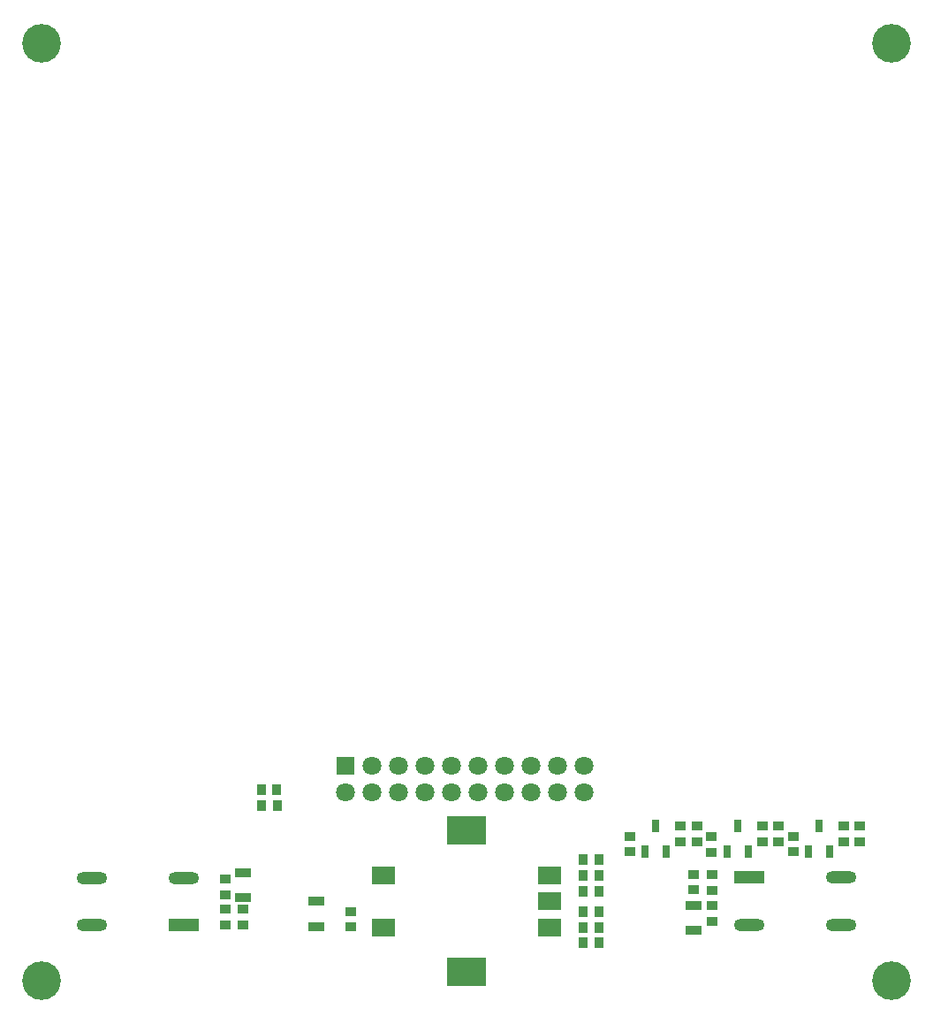
<source format=gts>
G04*
G04 #@! TF.GenerationSoftware,Altium Limited,Altium Designer,23.10.1 (27)*
G04*
G04 Layer_Color=8388736*
%FSLAX44Y44*%
%MOMM*%
G71*
G04*
G04 #@! TF.SameCoordinates,25226DB3-9521-4D1C-9E54-C7AF66E27BCA*
G04*
G04*
G04 #@! TF.FilePolarity,Negative*
G04*
G01*
G75*
%ADD20R,1.5532X0.8532*%
%ADD21R,0.9032X1.0532*%
%ADD22R,2.2032X1.7032*%
%ADD23R,3.7032X2.7032*%
%ADD24R,1.0532X0.9032*%
%ADD25R,0.8032X1.2032*%
%ADD26O,2.9032X1.2032*%
%ADD27R,2.9032X1.2032*%
%ADD28C,1.8032*%
%ADD29R,1.8032X1.8032*%
%ADD30C,3.7032*%
D20*
X187452Y-287020D02*
D03*
Y-263020D02*
D03*
X117206Y-235466D02*
D03*
Y-259466D02*
D03*
X548498Y-291092D02*
D03*
Y-267092D02*
D03*
D21*
X134620Y-171450D02*
D03*
X149352Y-156464D02*
D03*
X149620Y-171450D02*
D03*
X134352Y-156464D02*
D03*
X457820Y-223020D02*
D03*
X442820D02*
D03*
Y-302776D02*
D03*
X457820D02*
D03*
Y-272804D02*
D03*
X442820D02*
D03*
X442820Y-238006D02*
D03*
X457820D02*
D03*
X442820Y-287790D02*
D03*
X457820D02*
D03*
X457820Y-253246D02*
D03*
X442820D02*
D03*
D22*
X411000Y-287880D02*
D03*
Y-262880D02*
D03*
Y-237880D02*
D03*
X251000Y-287880D02*
D03*
Y-237880D02*
D03*
D23*
X331000Y-195380D02*
D03*
Y-330380D02*
D03*
D24*
X99680Y-270772D02*
D03*
Y-285772D02*
D03*
X708010Y-190762D02*
D03*
Y-205762D02*
D03*
X99680Y-241562D02*
D03*
Y-256562D02*
D03*
X566532Y-281962D02*
D03*
Y-266962D02*
D03*
X220330Y-287550D02*
D03*
Y-272550D02*
D03*
X548498Y-252106D02*
D03*
Y-237106D02*
D03*
X487284Y-215668D02*
D03*
Y-200668D02*
D03*
X565770Y-216176D02*
D03*
Y-201176D02*
D03*
X644618Y-215762D02*
D03*
Y-200762D02*
D03*
X536306Y-190762D02*
D03*
Y-205762D02*
D03*
X614284Y-190762D02*
D03*
Y-205762D02*
D03*
X692262Y-190762D02*
D03*
Y-205762D02*
D03*
X117206Y-270772D02*
D03*
Y-285772D02*
D03*
X566532Y-252244D02*
D03*
Y-237244D02*
D03*
X551800Y-190762D02*
D03*
Y-205762D02*
D03*
X629905Y-190762D02*
D03*
Y-205762D02*
D03*
D25*
X678800Y-215762D02*
D03*
X668800Y-190762D02*
D03*
X658800Y-215762D02*
D03*
X522430D02*
D03*
X512430Y-190762D02*
D03*
X502430Y-215762D02*
D03*
X600756Y-215762D02*
D03*
X590756Y-190762D02*
D03*
X580756Y-215762D02*
D03*
D26*
X690000Y-240274D02*
D03*
Y-285274D02*
D03*
X602000D02*
D03*
X-28000Y-285486D02*
D03*
Y-240486D02*
D03*
X60000D02*
D03*
D27*
X602000Y-240274D02*
D03*
X60000Y-285486D02*
D03*
D28*
X240302Y-132944D02*
D03*
X214902Y-158344D02*
D03*
X392702Y-132944D02*
D03*
X240302Y-158344D02*
D03*
X443502Y-132944D02*
D03*
X418102D02*
D03*
Y-158344D02*
D03*
X443502D02*
D03*
X392702D02*
D03*
X367302D02*
D03*
X341902D02*
D03*
X316502D02*
D03*
X291102D02*
D03*
X265702D02*
D03*
X367302Y-132944D02*
D03*
X341902D02*
D03*
X316502D02*
D03*
X291102D02*
D03*
X265702D02*
D03*
D29*
X214902D02*
D03*
D30*
X-76236Y-338580D02*
D03*
X738236D02*
D03*
X-76236Y558380D02*
D03*
X738236D02*
D03*
M02*

</source>
